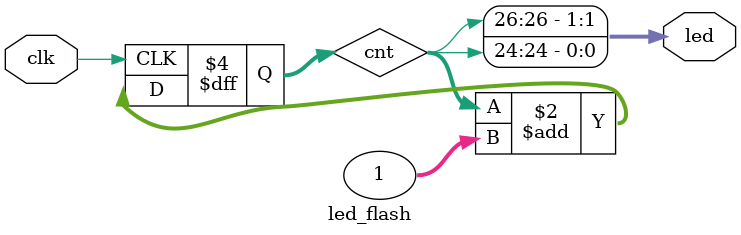
<source format=v>
`timescale 1ns / 1ps


module led_flash(
    output [1:0] led,
    input clk
    );
reg [31:0] cnt;
//reg [1:0] led_i;

assign led[1] = cnt[26];
assign led[0] = cnt[24];

initial begin
cnt = 0;
end

always @(posedge clk)
begin
    cnt<=cnt+1;
end

endmodule
</source>
